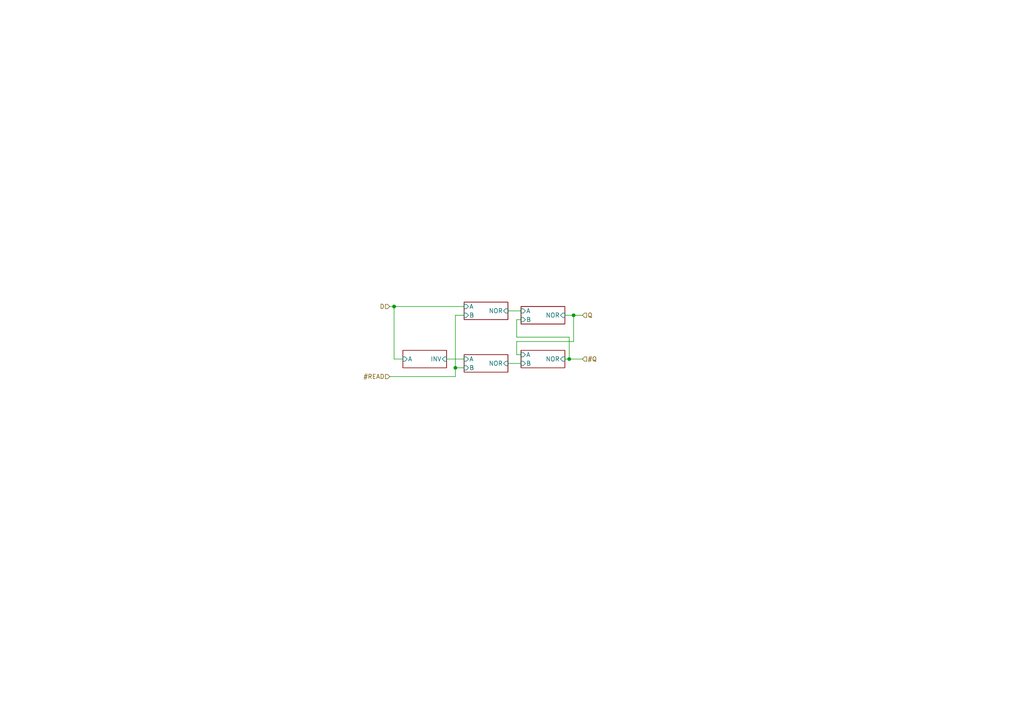
<source format=kicad_sch>
(kicad_sch
	(version 20250114)
	(generator "eeschema")
	(generator_version "9.0")
	(uuid "c11998e7-30c0-4418-9584-a7ac5990cb82")
	(paper "A4")
	(lib_symbols)
	(junction
		(at 132.08 106.68)
		(diameter 0)
		(color 0 0 0 0)
		(uuid "330bff06-b536-49f1-b4af-4b4222207be0")
	)
	(junction
		(at 114.3 88.9)
		(diameter 0)
		(color 0 0 0 0)
		(uuid "71338495-1e91-4e5f-a17d-77dc5c8beadf")
	)
	(junction
		(at 166.37 91.44)
		(diameter 0)
		(color 0 0 0 0)
		(uuid "c2c4b328-5a51-4df5-93f7-b0c507f2a0da")
	)
	(junction
		(at 165.1 104.14)
		(diameter 0)
		(color 0 0 0 0)
		(uuid "fac77745-6935-43d1-8482-c4b1bff30610")
	)
	(wire
		(pts
			(xy 132.08 91.44) (xy 134.62 91.44)
		)
		(stroke
			(width 0)
			(type default)
		)
		(uuid "11e328da-d44a-4cb3-ac3c-b4cdeffbbd10")
	)
	(wire
		(pts
			(xy 132.08 109.22) (xy 132.08 106.68)
		)
		(stroke
			(width 0)
			(type default)
		)
		(uuid "2f750702-6130-4a48-92f1-0f119d74af08")
	)
	(wire
		(pts
			(xy 149.86 102.87) (xy 149.86 99.06)
		)
		(stroke
			(width 0)
			(type default)
		)
		(uuid "30cab01d-482e-4b28-877d-c5008fe37e67")
	)
	(wire
		(pts
			(xy 166.37 91.44) (xy 168.91 91.44)
		)
		(stroke
			(width 0)
			(type default)
		)
		(uuid "489a324c-fd48-4dc3-b61f-b12688e134be")
	)
	(wire
		(pts
			(xy 134.62 106.68) (xy 132.08 106.68)
		)
		(stroke
			(width 0)
			(type default)
		)
		(uuid "7a637a75-cd97-4d23-a0a8-0756a52ee832")
	)
	(wire
		(pts
			(xy 165.1 97.79) (xy 165.1 104.14)
		)
		(stroke
			(width 0)
			(type default)
		)
		(uuid "7bc76b4a-a2fc-49e5-ac8c-ed9a4c0d1d33")
	)
	(wire
		(pts
			(xy 132.08 106.68) (xy 132.08 91.44)
		)
		(stroke
			(width 0)
			(type default)
		)
		(uuid "914136a7-7db1-4eec-a816-69bbc7c581bb")
	)
	(wire
		(pts
			(xy 147.32 105.41) (xy 151.13 105.41)
		)
		(stroke
			(width 0)
			(type default)
		)
		(uuid "9a5e9395-02ef-49b5-b083-e13a1f7cfddb")
	)
	(wire
		(pts
			(xy 151.13 102.87) (xy 149.86 102.87)
		)
		(stroke
			(width 0)
			(type default)
		)
		(uuid "a599dddf-4879-4173-bf8f-4078ec072ce8")
	)
	(wire
		(pts
			(xy 163.83 104.14) (xy 165.1 104.14)
		)
		(stroke
			(width 0)
			(type default)
		)
		(uuid "aac341f2-34a0-4f95-98e0-911916c99876")
	)
	(wire
		(pts
			(xy 113.03 88.9) (xy 114.3 88.9)
		)
		(stroke
			(width 0)
			(type default)
		)
		(uuid "b5e35f88-d418-49b2-af92-397f04e161df")
	)
	(wire
		(pts
			(xy 114.3 88.9) (xy 134.62 88.9)
		)
		(stroke
			(width 0)
			(type default)
		)
		(uuid "b9aefe2c-7bdb-445d-9550-319af2617ff0")
	)
	(wire
		(pts
			(xy 149.86 92.71) (xy 149.86 97.79)
		)
		(stroke
			(width 0)
			(type default)
		)
		(uuid "c204f5ec-1ccb-4b23-bb27-f6859ce1eb25")
	)
	(wire
		(pts
			(xy 151.13 92.71) (xy 149.86 92.71)
		)
		(stroke
			(width 0)
			(type default)
		)
		(uuid "c753ef9a-dde2-49a8-948d-6b89d51645c1")
	)
	(wire
		(pts
			(xy 114.3 104.14) (xy 114.3 88.9)
		)
		(stroke
			(width 0)
			(type default)
		)
		(uuid "d523e771-e33f-4115-8d4f-049cf1621f04")
	)
	(wire
		(pts
			(xy 129.54 104.14) (xy 134.62 104.14)
		)
		(stroke
			(width 0)
			(type default)
		)
		(uuid "e1e9356c-ff31-4b23-a583-313290ba6283")
	)
	(wire
		(pts
			(xy 166.37 91.44) (xy 163.83 91.44)
		)
		(stroke
			(width 0)
			(type default)
		)
		(uuid "e40eed08-d2f4-4c48-9e6e-194b78524d8b")
	)
	(wire
		(pts
			(xy 147.32 90.17) (xy 151.13 90.17)
		)
		(stroke
			(width 0)
			(type default)
		)
		(uuid "eaee4379-4297-4519-a7dc-0aacd0e0f824")
	)
	(wire
		(pts
			(xy 149.86 97.79) (xy 165.1 97.79)
		)
		(stroke
			(width 0)
			(type default)
		)
		(uuid "ebe2be92-48c8-471d-a29d-552e6733ebb6")
	)
	(wire
		(pts
			(xy 165.1 104.14) (xy 168.91 104.14)
		)
		(stroke
			(width 0)
			(type default)
		)
		(uuid "efcf2ef6-466b-4e07-ac69-4335ee3754b5")
	)
	(wire
		(pts
			(xy 166.37 99.06) (xy 166.37 91.44)
		)
		(stroke
			(width 0)
			(type default)
		)
		(uuid "fbd26881-6988-4f66-8aa1-4f030caffaf0")
	)
	(wire
		(pts
			(xy 149.86 99.06) (xy 166.37 99.06)
		)
		(stroke
			(width 0)
			(type default)
		)
		(uuid "fed9d3f1-c763-44a3-9460-f77f5a2c9c71")
	)
	(wire
		(pts
			(xy 116.84 104.14) (xy 114.3 104.14)
		)
		(stroke
			(width 0)
			(type default)
		)
		(uuid "ff0639cd-eabd-4238-83fa-08af90f7a9a7")
	)
	(wire
		(pts
			(xy 113.03 109.22) (xy 132.08 109.22)
		)
		(stroke
			(width 0)
			(type default)
		)
		(uuid "ff499e04-09f1-4c9d-a267-638f9fcfcc6c")
	)
	(hierarchical_label "Q"
		(shape input)
		(at 168.91 91.44 0)
		(effects
			(font
				(size 1.27 1.27)
			)
			(justify left)
		)
		(uuid "6c612e9d-6b04-4116-bc3c-ae59a162f45f")
	)
	(hierarchical_label "#READ"
		(shape input)
		(at 113.03 109.22 180)
		(effects
			(font
				(size 1.27 1.27)
			)
			(justify right)
		)
		(uuid "88f02da6-3a9d-4880-aaef-b971576689cc")
	)
	(hierarchical_label "#Q"
		(shape input)
		(at 168.91 104.14 0)
		(effects
			(font
				(size 1.27 1.27)
			)
			(justify left)
		)
		(uuid "c7c8f299-cd87-469b-801c-ac89062b0501")
	)
	(hierarchical_label "D"
		(shape input)
		(at 113.03 88.9 180)
		(effects
			(font
				(size 1.27 1.27)
			)
			(justify right)
		)
		(uuid "cd121587-d20a-4178-a2e2-b3b85103f614")
	)
	(sheet
		(at 151.13 101.6)
		(size 12.7 5.08)
		(exclude_from_sim no)
		(in_bom yes)
		(on_board yes)
		(dnp no)
		(fields_autoplaced yes)
		(stroke
			(width 0.1524)
			(type solid)
		)
		(fill
			(color 0 0 0 0.0000)
		)
		(uuid "0879015c-6cfa-4c2d-b32b-60c51c5768bd")
		(property "Sheetname" "gate_nor_2_2"
			(at 151.13 100.8884 0)
			(effects
				(font
					(size 1.27 1.27)
				)
				(justify left bottom)
				(hide yes)
			)
		)
		(property "Sheetfile" "gate_nor_2.kicad_sch"
			(at 151.13 107.2646 0)
			(effects
				(font
					(size 1.27 1.27)
				)
				(justify left top)
				(hide yes)
			)
		)
		(pin "NOR" input
			(at 163.83 104.14 0)
			(uuid "bed70d42-4c13-43cc-8090-c04c7c3c9d9f")
			(effects
				(font
					(size 1.27 1.27)
				)
				(justify right)
			)
		)
		(pin "B" input
			(at 151.13 105.41 180)
			(uuid "488d56c4-93a5-4842-b2d0-8c2370747740")
			(effects
				(font
					(size 1.27 1.27)
				)
				(justify left)
			)
		)
		(pin "A" input
			(at 151.13 102.87 180)
			(uuid "3d9688f4-9ce0-4ce5-b027-f82a8de6d576")
			(effects
				(font
					(size 1.27 1.27)
				)
				(justify left)
			)
		)
		(instances
			(project "hera"
				(path "/6868e9eb-d1d4-45cb-8fc8-14949ab4307f/a3afc4bd-8112-4457-b62c-0f26b96a56bd"
					(page "5")
				)
			)
		)
	)
	(sheet
		(at 134.62 87.63)
		(size 12.7 5.08)
		(exclude_from_sim no)
		(in_bom yes)
		(on_board yes)
		(dnp no)
		(fields_autoplaced yes)
		(stroke
			(width 0.1524)
			(type solid)
		)
		(fill
			(color 0 0 0 0.0000)
		)
		(uuid "57df2359-350f-4826-803a-0b33840bfd98")
		(property "Sheetname" "gate_nor_2_4"
			(at 134.62 86.9184 0)
			(effects
				(font
					(size 1.27 1.27)
				)
				(justify left bottom)
				(hide yes)
			)
		)
		(property "Sheetfile" "gate_nor_2.kicad_sch"
			(at 134.62 93.2946 0)
			(effects
				(font
					(size 1.27 1.27)
				)
				(justify left top)
				(hide yes)
			)
		)
		(pin "NOR" input
			(at 147.32 90.17 0)
			(uuid "6e63fabf-2144-4275-957f-588e9df3fba5")
			(effects
				(font
					(size 1.27 1.27)
				)
				(justify right)
			)
		)
		(pin "B" input
			(at 134.62 91.44 180)
			(uuid "7df861c3-ee04-436a-b7da-a7383df0dc8b")
			(effects
				(font
					(size 1.27 1.27)
				)
				(justify left)
			)
		)
		(pin "A" input
			(at 134.62 88.9 180)
			(uuid "3c6f3f8f-3aee-4f2f-b40f-921d0e2e6f8d")
			(effects
				(font
					(size 1.27 1.27)
				)
				(justify left)
			)
		)
		(instances
			(project "hera"
				(path "/6868e9eb-d1d4-45cb-8fc8-14949ab4307f/a3afc4bd-8112-4457-b62c-0f26b96a56bd"
					(page "7")
				)
			)
		)
	)
	(sheet
		(at 116.84 101.6)
		(size 12.7 5.08)
		(exclude_from_sim no)
		(in_bom yes)
		(on_board yes)
		(dnp no)
		(fields_autoplaced yes)
		(stroke
			(width 0.1524)
			(type solid)
		)
		(fill
			(color 0 0 0 0.0000)
		)
		(uuid "64336e71-1f04-42fc-a75c-97333186a5bf")
		(property "Sheetname" "gate_inv_1_1"
			(at 116.84 100.8884 0)
			(effects
				(font
					(size 1.27 1.27)
				)
				(justify left bottom)
				(hide yes)
			)
		)
		(property "Sheetfile" "gate_inv_1.kicad_sch"
			(at 116.84 107.2646 0)
			(effects
				(font
					(size 1.27 1.27)
				)
				(justify left top)
				(hide yes)
			)
		)
		(pin "A" input
			(at 116.84 104.14 180)
			(uuid "2c89398e-b63e-45cd-9ce0-775e56aa73e3")
			(effects
				(font
					(size 1.27 1.27)
				)
				(justify left)
			)
		)
		(pin "INV" input
			(at 129.54 104.14 0)
			(uuid "0be9ce44-64b0-4512-ab14-1e067f2c12c2")
			(effects
				(font
					(size 1.27 1.27)
				)
				(justify right)
			)
		)
		(instances
			(project "hera"
				(path "/6868e9eb-d1d4-45cb-8fc8-14949ab4307f/a3afc4bd-8112-4457-b62c-0f26b96a56bd"
					(page "2")
				)
			)
		)
	)
	(sheet
		(at 134.62 102.87)
		(size 12.7 5.08)
		(exclude_from_sim no)
		(in_bom yes)
		(on_board yes)
		(dnp no)
		(fields_autoplaced yes)
		(stroke
			(width 0.1524)
			(type solid)
		)
		(fill
			(color 0 0 0 0.0000)
		)
		(uuid "b895246e-7101-4e5f-828d-a43d979e3395")
		(property "Sheetname" "gate_nor_2_3"
			(at 134.62 102.1584 0)
			(effects
				(font
					(size 1.27 1.27)
				)
				(justify left bottom)
				(hide yes)
			)
		)
		(property "Sheetfile" "gate_nor_2.kicad_sch"
			(at 134.62 108.5346 0)
			(effects
				(font
					(size 1.27 1.27)
				)
				(justify left top)
				(hide yes)
			)
		)
		(pin "NOR" input
			(at 147.32 105.41 0)
			(uuid "715155c8-8594-4349-9cd2-54bcb139869b")
			(effects
				(font
					(size 1.27 1.27)
				)
				(justify right)
			)
		)
		(pin "B" input
			(at 134.62 106.68 180)
			(uuid "d6071d49-5610-4dc5-9e4d-592f2d7a5eb2")
			(effects
				(font
					(size 1.27 1.27)
				)
				(justify left)
			)
		)
		(pin "A" input
			(at 134.62 104.14 180)
			(uuid "456b9f96-3909-498f-8eaf-b75f39ad2129")
			(effects
				(font
					(size 1.27 1.27)
				)
				(justify left)
			)
		)
		(instances
			(project "hera"
				(path "/6868e9eb-d1d4-45cb-8fc8-14949ab4307f/a3afc4bd-8112-4457-b62c-0f26b96a56bd"
					(page "6")
				)
			)
		)
	)
	(sheet
		(at 151.13 88.9)
		(size 12.7 5.08)
		(exclude_from_sim no)
		(in_bom yes)
		(on_board yes)
		(dnp no)
		(fields_autoplaced yes)
		(stroke
			(width 0.1524)
			(type solid)
		)
		(fill
			(color 0 0 0 0.0000)
		)
		(uuid "e474c6a8-1ab4-4212-8525-452c9bceb572")
		(property "Sheetname" "gate_nor_2_1"
			(at 151.13 88.1884 0)
			(effects
				(font
					(size 1.27 1.27)
				)
				(justify left bottom)
				(hide yes)
			)
		)
		(property "Sheetfile" "gate_nor_2.kicad_sch"
			(at 151.13 94.5646 0)
			(effects
				(font
					(size 1.27 1.27)
				)
				(justify left top)
				(hide yes)
			)
		)
		(pin "NOR" input
			(at 163.83 91.44 0)
			(uuid "5602c466-6ce6-447a-ba22-36b01cda3bcc")
			(effects
				(font
					(size 1.27 1.27)
				)
				(justify right)
			)
		)
		(pin "B" input
			(at 151.13 92.71 180)
			(uuid "4964893a-a2c5-4475-bbf2-af2b3ce24f79")
			(effects
				(font
					(size 1.27 1.27)
				)
				(justify left)
			)
		)
		(pin "A" input
			(at 151.13 90.17 180)
			(uuid "5a35b80c-cdb1-4929-8808-9ca8c6e9b631")
			(effects
				(font
					(size 1.27 1.27)
				)
				(justify left)
			)
		)
		(instances
			(project "hera"
				(path "/6868e9eb-d1d4-45cb-8fc8-14949ab4307f/a3afc4bd-8112-4457-b62c-0f26b96a56bd"
					(page "4")
				)
			)
		)
	)
)

</source>
